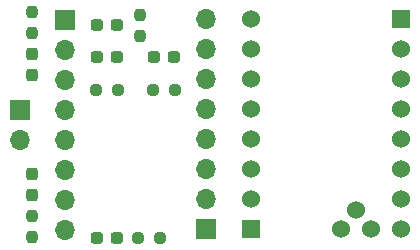
<source format=gbr>
%TF.GenerationSoftware,KiCad,Pcbnew,(6.0.11-0)*%
%TF.CreationDate,2023-02-12T12:51:19-05:00*%
%TF.ProjectId,TMC-Breakout,544d432d-4272-4656-916b-6f75742e6b69,1.0.0*%
%TF.SameCoordinates,Original*%
%TF.FileFunction,Soldermask,Top*%
%TF.FilePolarity,Negative*%
%FSLAX46Y46*%
G04 Gerber Fmt 4.6, Leading zero omitted, Abs format (unit mm)*
G04 Created by KiCad (PCBNEW (6.0.11-0)) date 2023-02-12 12:51:19*
%MOMM*%
%LPD*%
G01*
G04 APERTURE LIST*
G04 Aperture macros list*
%AMRoundRect*
0 Rectangle with rounded corners*
0 $1 Rounding radius*
0 $2 $3 $4 $5 $6 $7 $8 $9 X,Y pos of 4 corners*
0 Add a 4 corners polygon primitive as box body*
4,1,4,$2,$3,$4,$5,$6,$7,$8,$9,$2,$3,0*
0 Add four circle primitives for the rounded corners*
1,1,$1+$1,$2,$3*
1,1,$1+$1,$4,$5*
1,1,$1+$1,$6,$7*
1,1,$1+$1,$8,$9*
0 Add four rect primitives between the rounded corners*
20,1,$1+$1,$2,$3,$4,$5,0*
20,1,$1+$1,$4,$5,$6,$7,0*
20,1,$1+$1,$6,$7,$8,$9,0*
20,1,$1+$1,$8,$9,$2,$3,0*%
G04 Aperture macros list end*
%ADD10RoundRect,0.237500X-0.250000X-0.237500X0.250000X-0.237500X0.250000X0.237500X-0.250000X0.237500X0*%
%ADD11RoundRect,0.237500X0.250000X0.237500X-0.250000X0.237500X-0.250000X-0.237500X0.250000X-0.237500X0*%
%ADD12RoundRect,0.237500X-0.237500X0.287500X-0.237500X-0.287500X0.237500X-0.287500X0.237500X0.287500X0*%
%ADD13RoundRect,0.237500X-0.287500X-0.237500X0.287500X-0.237500X0.287500X0.237500X-0.287500X0.237500X0*%
%ADD14RoundRect,0.237500X-0.237500X0.250000X-0.237500X-0.250000X0.237500X-0.250000X0.237500X0.250000X0*%
%ADD15R,1.700000X1.700000*%
%ADD16O,1.700000X1.700000*%
%ADD17RoundRect,0.237500X0.287500X0.237500X-0.287500X0.237500X-0.287500X-0.237500X0.287500X-0.237500X0*%
%ADD18RoundRect,0.237500X0.237500X-0.287500X0.237500X0.287500X-0.237500X0.287500X-0.237500X-0.287500X0*%
%ADD19R,1.524000X1.524000*%
%ADD20C,1.524000*%
%ADD21RoundRect,0.237500X0.237500X-0.250000X0.237500X0.250000X-0.237500X0.250000X-0.237500X-0.250000X0*%
G04 APERTURE END LIST*
D10*
%TO.C,R106*%
X125071500Y-85997750D03*
X126896500Y-85997750D03*
%TD*%
D11*
%TO.C,R103*%
X122070500Y-85997750D03*
X120245500Y-85997750D03*
%TD*%
D12*
%TO.C,D105*%
X114808000Y-82945000D03*
X114808000Y-84695000D03*
%TD*%
D13*
%TO.C,D106*%
X125109000Y-83203750D03*
X126859000Y-83203750D03*
%TD*%
D14*
%TO.C,R104*%
X114808000Y-96623500D03*
X114808000Y-98448500D03*
%TD*%
D15*
%TO.C,J102*%
X129515000Y-97790000D03*
D16*
X129515000Y-95250000D03*
X129515000Y-92710000D03*
X129515000Y-90170000D03*
X129515000Y-87630000D03*
X129515000Y-85090000D03*
X129515000Y-82550000D03*
X129515000Y-80010000D03*
%TD*%
D11*
%TO.C,R101*%
X125626500Y-98552000D03*
X123801500Y-98552000D03*
%TD*%
D17*
%TO.C,D102*%
X122033000Y-80518000D03*
X120283000Y-80518000D03*
%TD*%
D18*
%TO.C,D104*%
X114808000Y-94855000D03*
X114808000Y-93105000D03*
%TD*%
D19*
%TO.C,U101*%
X146050000Y-80010000D03*
D20*
X146050000Y-82550000D03*
X146050000Y-85090000D03*
X146050000Y-87630000D03*
X146050000Y-90170000D03*
X146050000Y-92710000D03*
X146050000Y-95250000D03*
X146050000Y-97790000D03*
D19*
X133350000Y-97790000D03*
D20*
X133350000Y-95250000D03*
X133350000Y-92710000D03*
X133350000Y-90170000D03*
X133350000Y-87630000D03*
X133350000Y-85090000D03*
X133350000Y-82550000D03*
X133350000Y-80010000D03*
X140970000Y-97790000D03*
X143510000Y-97790000D03*
X142240000Y-96139000D03*
%TD*%
D13*
%TO.C,D101*%
X120283000Y-98552000D03*
X122033000Y-98552000D03*
%TD*%
D15*
%TO.C,J101*%
X117564000Y-80025000D03*
D16*
X117564000Y-82565000D03*
X117564000Y-85105000D03*
X117564000Y-87645000D03*
X117564000Y-90185000D03*
X117564000Y-92725000D03*
X117564000Y-95265000D03*
X117564000Y-97805000D03*
%TD*%
D21*
%TO.C,R105*%
X114808000Y-81176500D03*
X114808000Y-79351500D03*
%TD*%
%TO.C,R102*%
X123952000Y-81430500D03*
X123952000Y-79605500D03*
%TD*%
D15*
%TO.C,J103*%
X113792000Y-87650000D03*
D16*
X113792000Y-90190000D03*
%TD*%
D17*
%TO.C,D103*%
X122033000Y-83203750D03*
X120283000Y-83203750D03*
%TD*%
M02*

</source>
